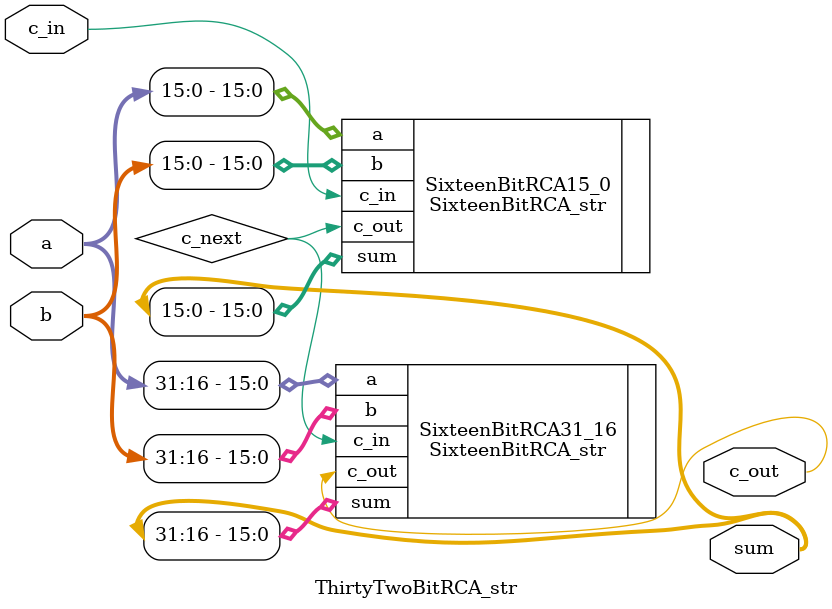
<source format=v>
`timescale 1ns / 1ps


module ThirtyTwoBitRCA_str(
    output c_out,
    output [31:0] sum,
    input [31:0] a,
    input [31:0] b,
    input c_in
    );
    
    wire c_next;            // the carry out of the 16-bit adder that sums bits 15-0 of a and b
    
    //compute sum using 2 16-bit RCA's
    SixteenBitRCA_str      SixteenBitRCA15_0        (.c_out(c_next), .sum(sum[15:0]), .a(a[15:0]), .b(b[15:0]), .c_in(c_in));       // compute sum of bits 15-0 of a and b with c_in using a 16-bit RCA
    SixteenBitRCA_str      SixteenBitRCA31_16       (.c_out(c_out), .sum(sum[31:16]), .a(a[31:16]), .b(b[31:16]), .c_in(c_next));   // compute sum of bits 31-16 of a and b with c_next using a 16-bit RCA
    
endmodule

</source>
